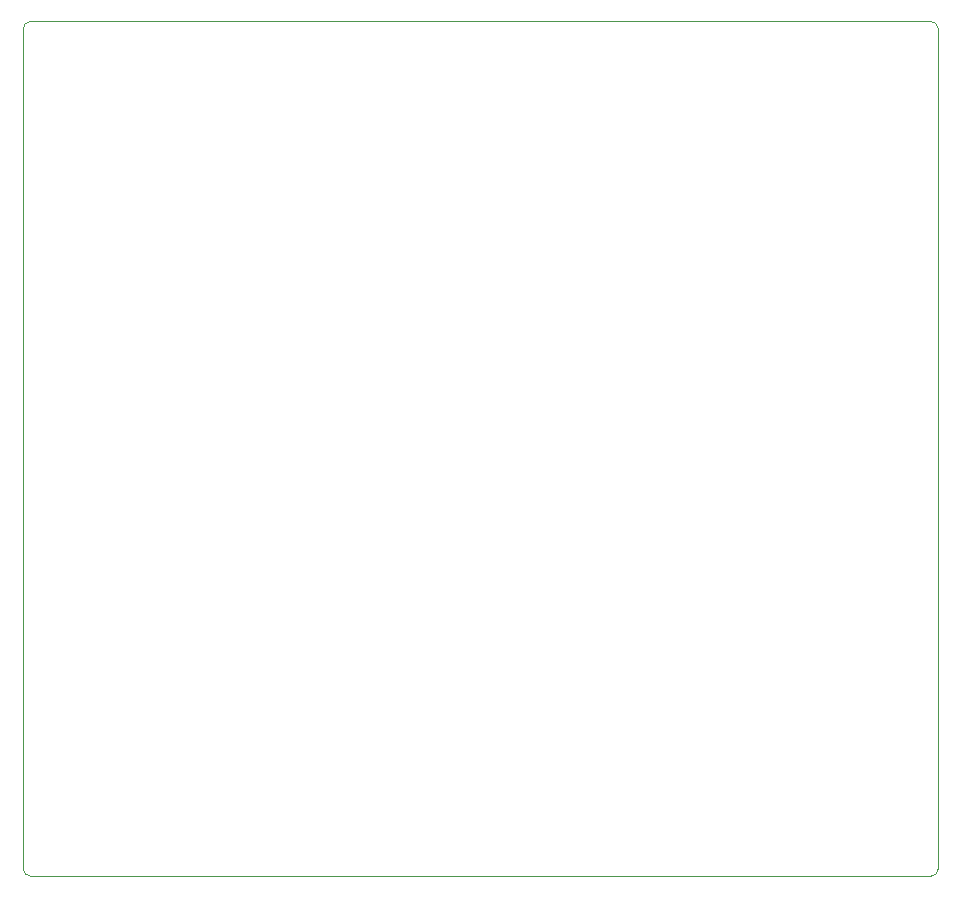
<source format=gm1>
G04 #@! TF.GenerationSoftware,KiCad,Pcbnew,7.0.11-7.0.11~ubuntu20.04.1*
G04 #@! TF.CreationDate,2024-08-17T18:13:06+02:00*
G04 #@! TF.ProjectId,kicad-kria-pi4-ext,6b696361-642d-46b7-9269-612d7069342d,1.0*
G04 #@! TF.SameCoordinates,Original*
G04 #@! TF.FileFunction,Profile,NP*
%FSLAX46Y46*%
G04 Gerber Fmt 4.6, Leading zero omitted, Abs format (unit mm)*
G04 Created by KiCad (PCBNEW 7.0.11-7.0.11~ubuntu20.04.1) date 2024-08-17 18:13:06*
%MOMM*%
%LPD*%
G01*
G04 APERTURE LIST*
G04 #@! TA.AperFunction,Profile*
%ADD10C,0.050000*%
G04 #@! TD*
G04 APERTURE END LIST*
D10*
X161925000Y-116840000D02*
G75*
G03*
X162560000Y-116205000I0J635000D01*
G01*
X161925000Y-116840000D02*
X85725000Y-116840000D01*
X85725000Y-44450000D02*
G75*
G03*
X85090000Y-45085000I0J-635000D01*
G01*
X85090000Y-116205000D02*
G75*
G03*
X85725000Y-116840000I635000J0D01*
G01*
X85725000Y-44450000D02*
X161925000Y-44450000D01*
X162560000Y-45085000D02*
G75*
G03*
X161925000Y-44450000I-635000J0D01*
G01*
X85090000Y-116205000D02*
X85090000Y-45085000D01*
X162560000Y-45085000D02*
X162560000Y-116205000D01*
M02*

</source>
